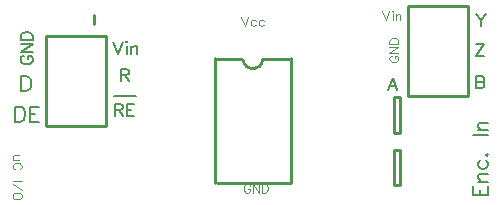
<source format=gbr>
G04 DipTrace 2.4.0.2*
%INTopSilk.gbr*%
%MOIN*%
%ADD10C,0.0098*%
%ADD16C,0.007*%
%ADD42C,0.0077*%
%ADD43C,0.0046*%
%ADD44C,0.0062*%
%FSLAX44Y44*%
G04*
G70*
G90*
G75*
G01*
%LNTopSilk*%
%LPD*%
X6856Y10346D2*
D10*
Y10661D1*
X16858Y6157D2*
Y4976D1*
X17055D1*
Y6157D1*
X16858D1*
Y7907D2*
Y6726D1*
X17055D1*
Y7907D1*
X16858D1*
X7253Y9941D2*
X5253D1*
Y6941D1*
X7253D1*
Y9941D1*
X17317Y7940D2*
X19317D1*
Y10940D1*
X17317D1*
Y7940D1*
X10886Y9206D2*
Y5050D1*
X13407Y9206D2*
Y5050D1*
X10959Y5065D2*
X13396D1*
X10959Y9191D2*
X11771D1*
X12459D2*
X13396D1*
X11823Y9144D2*
G03X12470Y9144I324J35D01*
G01*
X7503Y7940D2*
D16*
X8253D1*
X16769Y9297D2*
D43*
X16740Y9282D1*
X16711Y9253D1*
X16697Y9225D1*
Y9168D1*
X16711Y9139D1*
X16740Y9110D1*
X16769Y9096D1*
X16812Y9081D1*
X16884D1*
X16926Y9096D1*
X16955Y9110D1*
X16984Y9139D1*
X16998Y9168D1*
Y9225D1*
X16984Y9253D1*
X16955Y9282D1*
X16926Y9297D1*
X16884D1*
Y9225D1*
X16697Y9590D2*
X16998D1*
X16697Y9389D1*
X16998D1*
X16697Y9683D2*
X16998D1*
Y9783D1*
X16984Y9826D1*
X16955Y9855D1*
X16926Y9870D1*
X16884Y9884D1*
X16812D1*
X16769Y9870D1*
X16740Y9855D1*
X16711Y9826D1*
X16697Y9783D1*
Y9683D1*
X16966Y8153D2*
D44*
X16813Y8555D1*
X16660Y8153D1*
X16717Y8287D2*
X16909D1*
X19598Y8617D2*
Y8215D1*
X19770D1*
X19827Y8235D1*
X19846Y8254D1*
X19865Y8292D1*
Y8349D1*
X19846Y8388D1*
X19827Y8407D1*
X19770Y8426D1*
X19827Y8445D1*
X19846Y8464D1*
X19865Y8502D1*
Y8541D1*
X19846Y8579D1*
X19827Y8598D1*
X19770Y8617D1*
X19598D1*
Y8426D2*
X19770D1*
X19598Y9680D2*
X19865D1*
X19598Y9278D1*
X19865D1*
X19598Y10680D2*
X19751Y10489D1*
Y10278D1*
X19903Y10680D2*
X19751Y10489D1*
X16464Y10776D2*
D43*
X16579Y10475D1*
X16694Y10776D1*
X16787D2*
X16801Y10762D1*
X16815Y10776D1*
X16801Y10791D1*
X16787Y10776D1*
X16801Y10676D2*
Y10475D1*
X16908Y10676D2*
Y10475D1*
Y10619D2*
X16951Y10662D1*
X16980Y10676D1*
X17023D1*
X17052Y10662D1*
X17066Y10619D1*
Y10475D1*
X19478Y4944D2*
D42*
Y4634D1*
X19980D1*
Y4944D1*
X19717Y4634D2*
Y4825D1*
X19645Y5099D2*
X19980D1*
X19741D2*
X19669Y5170D1*
X19645Y5218D1*
Y5290D1*
X19669Y5338D1*
X19741Y5362D1*
X19980D1*
X19717Y5803D2*
X19669Y5755D1*
X19645Y5707D1*
Y5636D1*
X19669Y5588D1*
X19717Y5540D1*
X19789Y5516D1*
X19837D1*
X19908Y5540D1*
X19956Y5588D1*
X19980Y5636D1*
Y5707D1*
X19956Y5755D1*
X19908Y5803D1*
X19932Y5982D2*
X19956Y5958D1*
X19980Y5982D1*
X19956Y6006D1*
X19932Y5982D1*
X19478Y6646D2*
X19980D1*
X19645Y6801D2*
X19980D1*
X19741D2*
X19669Y6873D1*
X19645Y6921D1*
Y6992D1*
X19669Y7040D1*
X19741Y7064D1*
X19980D1*
X4501Y9292D2*
D44*
X4463Y9273D1*
X4425Y9234D1*
X4406Y9196D1*
Y9120D1*
X4425Y9081D1*
X4463Y9043D1*
X4501Y9024D1*
X4559Y9005D1*
X4655D1*
X4712Y9024D1*
X4750Y9043D1*
X4788Y9081D1*
X4808Y9120D1*
Y9196D1*
X4788Y9234D1*
X4750Y9273D1*
X4712Y9292D1*
X4655D1*
Y9196D1*
X4406Y9683D2*
X4808D1*
X4406Y9415D1*
X4808D1*
X4406Y9807D2*
X4808D1*
Y9941D1*
X4788Y9998D1*
X4750Y10037D1*
X4712Y10056D1*
X4655Y10075D1*
X4559D1*
X4501Y10056D1*
X4463Y10037D1*
X4425Y9998D1*
X4406Y9941D1*
Y9807D1*
X4422Y8619D2*
D42*
Y8116D1*
X4589D1*
X4661Y8141D1*
X4709Y8188D1*
X4733Y8236D1*
X4757Y8308D1*
Y8428D1*
X4733Y8499D1*
X4709Y8547D1*
X4661Y8595D1*
X4589Y8619D1*
X4422D1*
X4214Y7596D2*
Y7093D1*
X4382D1*
X4454Y7118D1*
X4502Y7165D1*
X4525Y7213D1*
X4549Y7284D1*
Y7404D1*
X4525Y7476D1*
X4502Y7524D1*
X4454Y7572D1*
X4382Y7596D1*
X4214D1*
X5014D2*
X4704D1*
Y7093D1*
X5014D1*
X4704Y7356D2*
X4895D1*
X7548Y7488D2*
D44*
X7720D1*
X7778Y7508D1*
X7797Y7527D1*
X7816Y7565D1*
Y7603D1*
X7797Y7641D1*
X7778Y7661D1*
X7720Y7680D1*
X7548D1*
Y7278D1*
X7682Y7488D2*
X7816Y7278D1*
X8188Y7680D2*
X7940D1*
Y7278D1*
X8188D1*
X7940Y7488D2*
X8093D1*
X7752Y8649D2*
X7924D1*
X7981Y8668D1*
X8001Y8687D1*
X8020Y8725D1*
Y8764D1*
X8001Y8802D1*
X7981Y8821D1*
X7924Y8840D1*
X7752D1*
Y8438D1*
X7886Y8649D2*
X8020Y8438D1*
X7495Y9752D2*
X7648Y9350D1*
X7801Y9752D1*
X7925D2*
X7944Y9733D1*
X7963Y9752D1*
X7944Y9771D1*
X7925Y9752D1*
X7944Y9618D2*
Y9350D1*
X8087Y9618D2*
Y9350D1*
Y9542D2*
X8144Y9599D1*
X8183Y9618D1*
X8240D1*
X8278Y9599D1*
X8297Y9542D1*
Y9350D1*
X4338Y5968D2*
D43*
X4194D1*
X4151Y5954D1*
X4137Y5925D1*
Y5882D1*
X4151Y5853D1*
X4194Y5810D1*
X4338D2*
X4137D1*
X4367Y5502D2*
X4395Y5517D1*
X4424Y5546D1*
X4438Y5574D1*
Y5631D1*
X4424Y5660D1*
X4395Y5689D1*
X4367Y5703D1*
X4324Y5718D1*
X4252D1*
X4209Y5703D1*
X4180Y5689D1*
X4151Y5660D1*
X4137Y5631D1*
Y5574D1*
X4151Y5546D1*
X4180Y5517D1*
X4209Y5502D1*
X4438Y5118D2*
X4137D1*
Y5026D2*
X4438Y4825D1*
Y4646D2*
X4424Y4675D1*
X4395Y4703D1*
X4367Y4718D1*
X4324Y4732D1*
X4252D1*
X4209Y4718D1*
X4180Y4703D1*
X4151Y4675D1*
X4137Y4646D1*
Y4588D1*
X4151Y4560D1*
X4180Y4531D1*
X4209Y4517D1*
X4252Y4502D1*
X4324D1*
X4367Y4517D1*
X4395Y4531D1*
X4424Y4560D1*
X4438Y4588D1*
Y4646D1*
X11762Y10589D2*
X11877Y10288D1*
X11991Y10589D1*
X12256Y10445D2*
X12227Y10474D1*
X12199Y10488D1*
X12156D1*
X12127Y10474D1*
X12098Y10445D1*
X12084Y10402D1*
Y10374D1*
X12098Y10331D1*
X12127Y10302D1*
X12156Y10288D1*
X12199D1*
X12227Y10302D1*
X12256Y10331D1*
X12521Y10445D2*
X12493Y10474D1*
X12464Y10488D1*
X12421D1*
X12392Y10474D1*
X12364Y10445D1*
X12349Y10402D1*
Y10374D1*
X12364Y10331D1*
X12392Y10302D1*
X12421Y10288D1*
X12464D1*
X12493Y10302D1*
X12521Y10331D1*
X12054Y4954D2*
X12040Y4983D1*
X12011Y5012D1*
X11983Y5026D1*
X11925D1*
X11896Y5012D1*
X11868Y4983D1*
X11853Y4954D1*
X11839Y4911D1*
Y4839D1*
X11853Y4796D1*
X11868Y4768D1*
X11896Y4739D1*
X11925Y4724D1*
X11983D1*
X12011Y4739D1*
X12040Y4768D1*
X12054Y4796D1*
Y4839D1*
X11983D1*
X12348Y5026D2*
Y4724D1*
X12147Y5026D1*
Y4724D1*
X12440Y5026D2*
Y4724D1*
X12541D1*
X12584Y4739D1*
X12613Y4768D1*
X12627Y4796D1*
X12641Y4839D1*
Y4911D1*
X12627Y4954D1*
X12613Y4983D1*
X12584Y5012D1*
X12541Y5026D1*
X12440D1*
M02*

</source>
